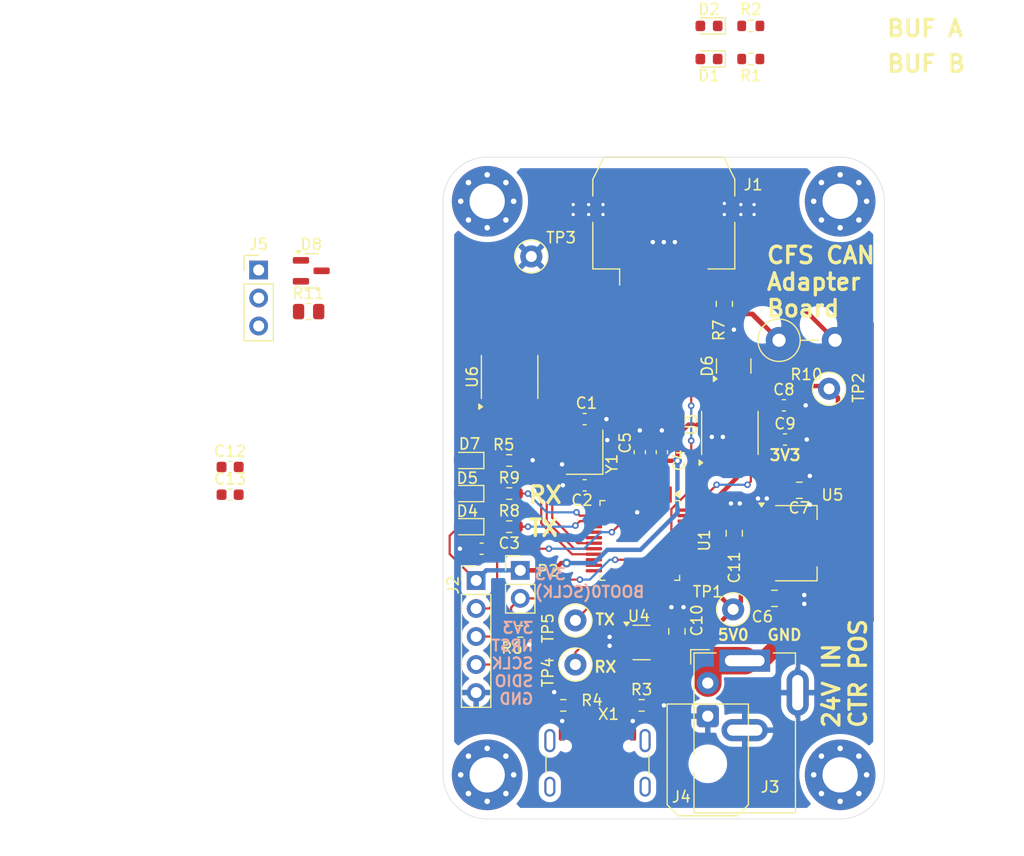
<source format=kicad_pcb>
(kicad_pcb (version 20241229) (generator "pcbnew") (generator_version "9.0")
  (layers (0 "F.Cu" signal) (2 "B.Cu" signal) (13 "F.Paste" user) (15 "B.Paste" user) (5 "F.SilkS" user "F.Silkscreen") (7 "B.SilkS" user "B.Silkscreen") (1 "F.Mask" user) (3 "B.Mask" user) (25 "Edge.Cuts" user))
  (net 0 "")
  (net 1 "Net-(U1F-PF0{slash}OSC_IN)")
  (net 2 "/RS485-A")
  (net 3 "GND")
  (net 4 "+24V")
  (net 5 "/RS485-B")
  (net 6 "Net-(U1F-PF1{slash}OSC_OUT)")
  (net 7 "/MCU/NRST")
  (net 8 "+3V3")
  (net 9 "+5V")
  (net 10 "Net-(D1-K)")
  (net 11 "Net-(D2-K)")
  (net 12 "/MCU/LED_TX")
  (net 13 "/MCU/LED_RX")
  (net 14 "/MCU/SWCLK")
  (net 15 "/MCU/CAN1_TX")
  (net 16 "/MCU/CAN2_RX")
  (net 22 "/MCU/SWDIO")
  (net 27 "/MCU/TX")
  (net 36 "/MCU/CAN1_S")
  (net 37 "/USB_P")
  (net 38 "/MCU/CAN2_S")
  (net 39 "/USB_N")
  (net 40 "/MCU/CAN2_TX")
  (net 41 "/MCU/CAN1_RX")
  (net 43 "/MCU/RX")
  (net 53 "Net-(J1-Pin_5)")
  (net 54 "Net-(J1-Pin_4)")
  (net 55 "Net-(D4-K)")
  (net 56 "Net-(D5-K)")
  (net 57 "Net-(D7-K)")
  (net 58 "/MCU/USB_{P}")
  (net 59 "/MCU/USB_{N}")
  (net 62 "Net-(X1-CC1)")
  (net 63 "Net-(X1-CC2)")
  (net 64 "Net-(J5-Pin_1)")
  (net 65 "Net-(J5-Pin_3)")
  (footprint "TestPoint:TestPoint_Loop_D1.80mm_Drill1.0mm_Beaded" (layer "F.Cu") (at 26.3 -19)
    (property "Reference" "TP1")
    (property "Value" "TP2.0mm")
  )
  (footprint "Connector_Molex:Molex_Micro-Fit_3.0_43045-0200_2x01_P3.00mm_Horizontal" (layer "F.Cu") (at 24 -9.32 180)
    (property "Reference" "J4")
    (property "Value" "Conn_01x02")
  )
  (footprint "Package_SO:SOIC-8_3.9x4.9mm_P1.27mm" (layer "F.Cu") (at 26 -35 90)
    (property "Reference" "U3")
    (property "Value" "TJA1051T3")
  )
  (footprint "TestPoint:TestPoint_Loop_D1.80mm_Drill1.0mm_Beaded" (layer "F.Cu") (at 35 -39)
    (property "Reference" "TP2")
    (property "Value" "TP2.0mm")
  )
  (footprint "Connector_BarrelJack:BarrelJack_GCT_DCJ200-10-A_Horizontal" (layer "F.Cu") (at 27.35 -14.35)
    (property "Reference" "J3")
    (property "Value" "Barrel_Jack_Switch_MountingPin")
  )
  (footprint "Capacitor_SMD:C_0805_2012Metric" (layer "F.Cu") (at 30.05 -20)
    (property "Reference" "C6")
    (property "Value" "10u_0805_X7R_10%_10V_-40C..125C_Chip-Capacitor")
  )
  (footprint "MountingHole:MountingHole_3.2mm_M3_Pad_Via" (layer "F.Cu") (at 36 -56)
    (property "Reference" "H4" (hide yes))
    (property "Value" "MountingHole")
  )
  (footprint "Resistor_SMD:R_0603_1608Metric" (layer "F.Cu") (at 6 -26.5)
    (property "Reference" "R8")
    (property "Value" "1k_0603_100mW_1%_E24_Chip-Resistor")
  )
  (footprint "Resistor_SMD:R_0603_1608Metric" (layer "F.Cu") (at 10.9 -10.3 180)
    (property "Reference" "R4")
    (property "Value" "5k1_0603_100mW_1%_E24_Chip-Resistor")
  )
  (footprint "Capacitor_SMD:C_0603_1608Metric" (layer "F.Cu") (at 12.8375 -36.25 180)
    (property "Reference" "C1")
    (property "Value" "6p2_0603_C0G_5%_50V_-40C..125C_Chip-Capacitor")
  )
  (footprint "Crystal:Crystal_SMD_3225-4Pin_3.2x2.5mm" (layer "F.Cu") (at 12.8375 -33.25 90)
    (property "Reference" "Y1")
    (property "Value" "830108313809")
  )
  (footprint "Capacitor_SMD:C_0603_1608Metric" (layer "F.Cu") (at 19.8375 -33.25 90)
    (property "Reference" "C4")
    (property "Value" "100n")
  )
  (footprint "Capacitor_SMD:C_0603_1608Metric" (layer "F.Cu") (at -19.305 -31.91)
    (property "Reference" "C12")
    (property "Value" "100n_0603_X7R_10%_50V_-40C..125C_Chip-Capacitor")
  )
  (footprint "Resistor_SMD:R_0603_1608Metric" (layer "F.Cu") (at 7 -17)
    (property "Reference" "R6")
    (property "Value" "10k_0603_100mW_1%_E24_Chip-Resistor")
  )
  (footprint "Package_TO_SOT_SMD:SOT-23" (layer "F.Cu") (at 26.35 -41.0625 90)
    (property "Reference" "D6")
    (property "Value" "NUP2105L")
  )
  (footprint "Capacitor_SMD:C_0603_1608Metric" (layer "F.Cu") (at 31 -34.4)
    (property "Reference" "C9")
    (property "Value" "100n_0603_X7R_10%_50V_-40C..125C_Chip-Capacitor")
  )
  (footprint "Connector_Molex:Molex_Micro-Fit_3.0_43045-0610_2x03-1MP_P3.00mm_Horizontal" (layer "F.Cu") (at 20.015 -47.5)
    (property "Reference" "J1")
    (property "Value" "Conn_02x03_Top_Bottom")
  )
  (footprint "LED_SMD:LED_0603_1608Metric" (layer "F.Cu") (at 2.2125 -26.5 180)
    (property "Reference" "D4")
    (property "Value" "LED")
  )
  (footprint "Capacitor_SMD:C_0603_1608Metric" (layer "F.Cu") (at 17.8375 -33.25 90)
    (property "Reference" "C5")
    (property "Value" "100n")
  )
  (footprint "Resistor_SMD:R_0603_1608Metric" (layer "F.Cu") (at 6 -29.5)
    (property "Reference" "R9")
    (property "Value" "1k_0603_100mW_1%_E24_Chip-Resistor")
  )
  (footprint "Capacitor_SMD:C_0603_1608Metric" (layer "F.Cu") (at 3.5 -24.5 180)
    (property "Reference" "C3")
    (property "Value" "100n")
  )
  (footprint "Capacitor_SMD:C_0805_2012Metric" (layer "F.Cu") (at 21.2 -17 90)
    (property "Reference" "C10")
    (property "Value" "10u_0805_X7R_10%_10V_-40C..125C_Chip-Capacitor")
  )
  (footprint "Package_TO_SOT_SMD:SC-74-6_1.55x2.9mm_P0.95mm" (layer "F.Cu") (at 18 -16)
    (property "Reference" "U4")
    (property "Value" "IP4234CZ6")
  )
  (footprint "Package_TO_SOT_SMD:SOT-23" (layer "F.Cu") (at -11.9475 -49.695)
    (property "Reference" "D8")
    (property "Value" "NUP2105L")
  )
  (footprint "MountingHole:MountingHole_3.2mm_M3_Pad_Via" (layer "F.Cu") (at 4 -56)
    (property "Reference" "H3" (hide yes))
    (property "Value" "MountingHole")
  )
  (footprint "Package_TO_SOT_SMD:SOT-223-3_TabPin2" (layer "F.Cu") (at 32 -25)
    (property "Reference" "U5")
    (property "Value" "AMS1117-3.3")
  )
  (footprint "Connector_PinHeader_2.54mm:PinHeader_1x03_P2.54mm_Vertical" (layer "F.Cu") (at -16.7175 -49.77)
    (property "Reference" "J5")
    (property "Value" "Conn_01x03")
  )
  (footprint "Capacitor_SMD:C_0603_1608Metric" (layer "F.Cu") (at -19.305 -29.4)
    (property "Reference" "C13")
    (property "Value" "100n_0603_X7R_10%_50V_-40C..125C_Chip-Capacitor")
  )
  (footprint "Capacitor_SMD:C_0805_2012Metric" (layer "F.Cu") (at 26.4 -25.9 90)
    (property "Reference" "C11")
    (property "Value" "10u_0805_X7R_10%_10V_-40C..125C_Chip-Capacitor")
  )
  (footprint "MountingHole:MountingHole_3.2mm_M3_Pad_Via" (layer "F.Cu") (at 36 -4)
    (property "Reference" "H2" (hide yes))
    (property "Value" "MountingHole")
  )
  (footprint "Capacitor_SMD:C_0805_2012Metric" (layer "F.Cu") (at 32.3 -29.8)
    (property "Reference" "C7")
    (property "Value" "10u_0805_X7R_10%_10V_-40C..125C_Chip-Capacitor")
  )
  (footprint "LED_SMD:LED_0603_1608Metric" (layer "F.Cu") (at 24.1125 -68.9 180)
    (property "Reference" "D1")
    (property "Value" "LED")
  )
  (footprint "TestPoint:TestPoint_Loop_D1.80mm_Drill1.0mm_Beaded" (layer "F.Cu") (at 12 -18 -90)
    (property "Reference" "TP5")
    (property "Value" "TP1.0mm")
  )
  (footprint "Resistor_THT:R_Axial_DIN0411_L9.9mm_D3.6mm_P5.08mm_Vertical" (layer "F.Cu") (at 30.46 -43.4)
    (property "Reference" "R10")
    (property "Value" "120R_0805_125mW_1%_E24_Chip-Resistor")
  )
  (footprint "Package_QFP:LQFP-48_7x7mm_P0.5mm" (layer "F.Cu") (at 17.8375 -25.25 -90)
    (property "Reference" "U1")
    (property "Value" "STM32G0B1CBT")
  )
  (footprint "Resistor_SMD:R_0805_2012Metric" (layer "F.Cu") (at -12.1875 -46)
    (property "Reference" "R11")
    (property "Value" "120R_0805_125mW_1%_E24_Chip-Resistor")
  )
  (footprint "Resistor_SMD:R_0603_1608Metric" (layer "F.Cu") (at 27.9 -71.9)
    (property "Reference" "R2")
    (property "Value" "5k1")
  )
  (footprint "LED_SMD:LED_0603_1608Metric" (layer "F.Cu") (at 24.1125 -71.9 180)
    (property "Reference" "D2")
    (property "Value" "LED")
  )
  (footprint "Resistor_SMD:R_0805_2012Metric" (layer "F.Cu") (at 25.5 -46.7 90)
    (property "Reference" "R7")
    (property "Value" "120R_0805_125mW_1%_E24_Chip-Resistor")
  )
  (footprint "Connector_PinHeader_2.54mm:PinHeader_1x02_P2.54mm_Vertical" (layer "F.Cu") (at 7 -22.54)
    (property "Reference" "P2")
    (property "Value" "CONN_01X02")
  )
  (footprint "Resistor_SMD:R_0603_1608Metric" (layer "F.Cu") (at 18 -10.3)
    (property "Reference" "R3")
    (property "Value" "5k1_0603_100mW_1%_E24_Chip-Resistor")
  )
  (footprint "LED_SMD:LED_0603_1608Metric" (layer "F.Cu") (at 2.2125 -29.5 180)
    (property "Reference" "D5")
    (property "Value" "LED")
  )
  (footprint "MountingHole:MountingHole_3.2mm_M3_Pad_Via" (layer "F.Cu") (at 4 -4)
    (property "Reference" "H1" (hide yes))
    (property "Value" "MountingHole")
  )
  (footprint "Resistor_SMD:R_0603_1608Metric" (layer "F.Cu") (at 27.9 -68.9)
    (property "Reference" "R1")
    (property "Value" "5k1")
  )
  (footprint "Resistor_SMD:R_0603_1608Metric" (layer "F.Cu") (at 6 -32.5)
    (property "Reference" "R5")
    (property "Value" "1k_0603_100mW_1%_E24_Chip-Resistor")
  )
  (footprint "Connector_PinHeader_2.54mm:PinHeader_1x05_P2.54mm_Vertical" (layer "F.Cu") (at 3 -21.62)
    (property "Reference" "J2")
    (property "Value" "Conn_01x05")
  )
  (footprint "TestPoint:TestPoint_Loop_D1.80mm_Drill1.0mm_Beaded" (layer "F.Cu") (at 12 -14 -90)
    (property "Reference" "TP4")
    (property "Value" "TP1.0mm")
  )
  (footprint "TestPoint:TestPoint_Loop_D1.80mm_Drill1.0mm_Beaded" (layer "F.Cu") (at 8 -51)
    (property "Reference" "TP3")
    (property "Value" "TP2.0mm")
  )
  (footprint "Package_SO:SOIC-8_3.9x4.9mm_P1.27mm" (layer "F.Cu") (at 6.035 -40.075 90)
    (property "Reference" "U6")
    (property "Value" "TJA1051T3")
  )
  (footprint "Capacitor_SMD:C_0603_1608Metric" (layer "F.Cu") (at 30.9 -37.5)
    (property "Reference" "C8")
    (property "Value" "100n_0603_X7R_10%_50V_-40C..125C_Chip-Capacitor")
  )
  (footprint "LED_SMD:LED_0603_1608Metric" (layer "F.Cu") (at 2.2125 -32.5 180)
    (property "Reference" "D7")
    (property "Value" "LED")
  )
  (footprint "Capacitor_SMD:C_0603_1608Metric" (layer "F.Cu") (at 12.8375 -30.25)
    (property "Reference" "C2")
    (property "Value" "6p2_0603_C0G_5%_50V_-40C..125C_Chip-Capacitor")
  )
  (footprint "Connector_USB:USB_C_Receptacle_GCT_USB4105-xx-A_16P_TopMnt_Horizontal" (layer "F.Cu") (at 14 -4)
    (property "Reference" "X1")
    (property "Value" "629722000214_pasteInHole")
  )
  (gr_line (start 0 -56) (end 0 -4) (stroke (width 0.05)) (layer "Edge.Cuts"))
  (gr_line (start 4 0) (end 36 0) (stroke (width 0.05)) (layer "Edge.Cuts"))
  (gr_arc (start 4 0) (mid 1.171573 -1.171573) (end 0 -4) (stroke (width 0.05)) (layer "Edge.Cuts"))
  (gr_arc (start 40 -4) (mid 38.828427 -1.171573) (end 36 0) (stroke (width 0.05)) (layer "Edge.Cuts"))
  (gr_arc (start 0 -56) (mid 1.171573 -58.828427) (end 4 -60) (stroke (width 0.05)) (layer "Edge.Cuts"))
  (gr_line (start 40 -4) (end 40 -56) (stroke (width 0.05)) (layer "Edge.Cuts"))
  (gr_line (start 36 -60) (end 4 -60) (stroke (width 0.05)) (layer "Edge.Cuts"))
  (gr_arc (start 36 -60) (mid 38.828427 -58.828427) (end 40 -56) (stroke (width 0.05)) (layer "Edge.Cuts"))
  (gr_text "RX" (at 7.6 -28.5 0) (layer "F.SilkS") (effects (font (size 1.5 1.5) (thickness 0.3) (bold yes)) (justify left bottom)))
  (gr_text "TX" (at 13.7 -17.5 0) (layer "F.SilkS") (effects (font (size 1 1) (thickness 0.2) (bold yes)) (justify left bottom)))
  (gr_text "BUF B" (at 40.1 -67.6 0) (layer "F.SilkS") (effects (font (size 1.5 1.5) (thickness 0.3) (bold yes)) (justify left bottom)))
  (gr_text "RX	" (at 13.6 -13.2 0) (layer "F.SilkS") (effects (font (size 1 1) (thickness 0.2) (bold yes)) (justify left bottom)))
  (gr_text "GND" (at 29.3 -16.1 0) (layer "F.SilkS") (effects (font (size 1 1) (thickness 0.2) (bold yes)) (justify left bottom)))
  (gr_text "5V0" (at 24.8 -16.1 0) (layer "F.SilkS") (effects (font (size 1 1) (thickness 0.2) (bold yes)) (justify left bottom)))
  (gr_text "CFS CAN\nAdapter\nBoard" (at 29.2 -45.4 0) (layer "F.SilkS") (effects (font (size 1.5 1.5) (thickness 0.3) (bold yes)) (justify left bottom)))
  (gr_text "3V3" (at 29.5 -32.4 0) (layer "F.SilkS") (effects (font (size 1 1) (thickness 0.2) (bold yes)) (justify left bottom)))
  (gr_text "BUF A" (at 40.1 -70.8 0) (layer "F.SilkS") (effects (font (size 1.5 1.5) (thickness 0.3) (bold yes)) (justify left bottom)))
  (gr_text "TX" (at 7.6 -25.5 0) (layer "F.SilkS") (effects (font (size 1.5 1.5) (thickness 0.3) (bold yes)) (justify left bottom)))
  (gr_text "24V IN\nCTR POS" (at 38.5 -8.1 90) (layer "F.SilkS") (effects (font (size 1.5 1.5) (thickness 0.3) (bold yes)) (justify left bottom)))
  (gr_text "3V3\nNRST\nSCLK\nSDIO\nGND" (at 8.3 -10.3 0) (layer "B.SilkS") (effects (font (size 1 1) (thickness 0.2) (bold yes)) (justify left bottom mirror)))
  (gr_text "3V3\nBOOT0(SCLK)" (at 8.2 -20 0) (layer "B.SilkS") (effects (font (size 1 1) (thickness 0.2) (bold yes)) (justify right bottom mirror)))
  (segment (start 11.9875 -34.35) (end 12.0625 -34.425) (width 0.2) (layer "F.Cu") (net 1))
  (segment (start 11.9875 -34.35) (end 11.9875 -34.148) (width 0.2) (layer "F.Cu") (net 1))
  (segment (start 12.0625 -34.425) (end 12.0625 -36.25) (width 0.2) (layer "F.Cu") (net 1))
  (segment (start 12.8355 -33.3) (end 14.9 -33.3) (width 0.2) (layer "F.Cu") (net 1))
  (segment (start 17.0875 -31.1125) (end 17.0875 -29.4125) (width 0.2) (layer "F.Cu") (net 1))
  (segment (start 11.9875 -34.148) (end 12.8355 -33.3) (width 0.2) (layer "F.Cu") (net 1))
  (segment (start 14.9 -33.3) (end 17.0875 -31.1125) (width 0.2) (layer "F.Cu") (net 1))
  (segment (start 28.0725 -45.7875) (end 30.46 -43.4) (width 0.4) (layer "F.Cu") (net 2))
  (segment (start 23.015 -45.185) (end 23.015 -41.485) (width 0.4) (layer "F.Cu") (net 2))
  (segment (start 25.365 -40.09) (end 25.4 -40.125) (width 0.4) (layer "F.Cu") (net 2))
  (segment (start 23.6175 -45.7875) (end 25.5 -45.7875) (width 0.4) (layer "F.Cu") (net 2))
  (segment (start 27.9725 -45.7875) (end 28.96 -44.8) (width 0.4) (layer "F.Cu") (net 2))
  (segment (start 25.5 -45.7875) (end 27.9725 -45.7875) (width 0.4) (layer "F.Cu") (net 2))
  (segment (start 24.375 -40.125) (end 23.65 -40.85) (width 0.4) (layer "F.Cu") (net 2))
  (segment (start 23.015 -45.8875) (end 23.015 -45.185) (width 0.4) (layer "F.Cu") (net 2))
  (segment (start 23.65 -40.85) (end 23 -41.5) (width 0.4) (layer "F.Cu") (net 2))
  (segment (start 25.4 -40.125) (end 24.375 -40.125) (width 0.4) (layer "F.Cu") (net 2))
  (segment (start 23.015 -41.485) (end 23.65 -40.85) (width 0.4) (layer "F.Cu") (net 2))
  (segment (start 25.365 -37.475) (end 25.365 -40.09) (width 0.4) (layer "F.Cu") (net 2))
  (segment (start 23.015 -45.185) (end 23.6175 -45.7875) (width 0.4) (layer "F.Cu") (net 2))
  (segment (start 25.5 -45.7875) (end 28.0725 -45.7875) (width 0.4) (layer "F.Cu") (net 2))
  (segment (start 18.825 -10.3) (end 20.025 -10.3) (width 0.2) (layer "F.Cu") (net 3))
  (segment (start 2.725 -24.5) (end 1.525 -24.5) (width 0.2) (layer "F.Cu") (net 3))
  (segment (start 10.8 -7.68) (end 10.8 -8.88) (width 0.2) (layer "F.Cu") (net 3))
  (segment (start 31 -20) (end 32.75 -19.5) (width 0.3) (layer "F.Cu") (net 3))
  (segment (start 17.2 -7.68) (end 17.2 -8.88) (width 0.2) (layer "F.Cu") (net 3))
  (segment (start 28.85 -27.3) (end 29.35 -29.05) (width 0.3) (layer "F.Cu") (net 3))
  (segment (start 33.25 -29.8) (end 33.25 -31.1) (width 0.2) (layer "F.Cu") (net 3))
  (segment (start 31.775 -34.4) (end 32.975 -34.4) (width 0.4) (layer "F.Cu") (net 3))
  (segment (start 25.365 -34.635) (end 24.365 -34.635) (width 0.4) (layer "F.Cu") (net 3))
  (segment (start 7.825 -15.8) (end 7.825 -15.725) (width 0.2) (layer "F.Cu") (net 3))
  (segment (start 10.075 -10.3) (end 10.075 -11.5) (width 0.2) (layer "F.Cu") (net 3))
  (segment (start 26.4 -26.85) (end 26.9 -28.6) (width 0.3) (layer "F.Cu") (net 3))
  (segment (start 16.85 -16) (end 15.1 -15.7) (width 0.3) (layer "F.Cu") (net 3))
  (segment (start 25.365 -32.525) (end 25.365 -34.635) (width 0.4) (layer "F.Cu") (net 3))
  (segment (start 16.85 -16) (end 15.1 -16.5) (width 0.3) (layer "F.Cu") (net 3))
  (segment (start 13.6125 -36.25) (end 14.8125 -36.25) (width 0.2) (layer "F.Cu") (net 3))
  (segment (start 7.825 -17) (end 7.825 -15.8) (width 0.2) (layer "F.Cu") (net 3))
  (segment (start 11.9875 -32.15) (end 10.7875 -32.15) (width 0.2) (layer "F.Cu") (net 3))
  (segment (start 20.015 -49.815) (end 19.015 -52.3) (width 0.4) (layer "F.Cu") (net 3))
  (segment (start 33.25 -29.8) (end 33.25 -28.5) (width 0.2) (layer "F.Cu") (net 3))
  (segment (start 20.015 -49.815) (end 21.015 -52.3) (width 0.4) (layer "F.Cu") (net 3))
  (segment (start 28.85 -27.3) (end 28.55 -29.05) (width 0.3) (layer "F.Cu") (net 3))
  (segment (start 21.3 -17.9) (end 20.7 -19.2) (width 0.3) (layer "F.Cu") (net 3))
  (segment (start 26.4 -26.85) (end 26.1 -28.6) (width 0.3) (layer "F.Cu") (net 3))
  (segment (start 26.365 -42.8) (end 26.365 -44.3625) (width 0.4) (layer "F.Cu") (net 3))
  (segment (start 20.015 -49.815) (end 20.015 -52.3) (width 0.4) (layer "F.Cu") (net 3))
  (segment (start 17.8375 -34.025) (end 17.8375 -35.225) (width 0.2) (layer "F.Cu") (net 3))
  (segment (start 21.8 -19.2) (end 21.3 -17.9) (width 0.3) (layer "F.Cu") (net 3))
  (segment (start 19.8375 -34.025) (end 19.8375 -35.225) (width 0.2) (layer "F.Cu") (net 3))
  (segment (start 17.5875 -29.4125) (end 17.5875 -27.7875) (width 0.2) (layer "F.Cu") (net 3))
  (segment (start 31 -20) (end 32.75 -20.3) (width 0.3) (layer "F.Cu") (net 3))
  (segment (start 6.825 -32.5) (end 8.125 -32.525) (width 0.2) (layer "F.Cu") (net 3))
  (segment (start 13.6875 -34.35) (end 14.8875 -34.35) (width 0.2) (layer "F.Cu") (net 3))
  (segment (start 12.0625 -30.25) (end 10.8625 -30.25) (width 0.2) (layer "F.Cu") (net 3))
  (segment (start 31.675 -37.5) (end 32.875 -37.5) (width 0.4) (layer "F.Cu") (net 3))
  (via (at 32.75 -20.3) (size 0.8) (drill 0.4) (layers "F.Cu" "B.Cu") (net 3))
  (via (at 17.2 -8.88) (size 0.8) (drill 0.4) (layers "F.Cu" "B.Cu") (net 3))
  (via (at 33.25 -31.1) (size 0.8) (drill 0.4) (layers "F.Cu" "B.Cu") (net 3))
  (via (at 28.55 -29.05) (size 0.8) (drill 0.4) (layers "F.Cu" "B.Cu") (net 3))
  (via (at 13.2 -54.8) (size 0.6) (drill 0.3) (layers "F.Cu" "B.Cu") (net 3))
  (via (at 20.025 -10.3) (size 0.8) (drill 0.4) (layers "F.Cu" "B.Cu") (net 3))
  (via (at 1.525 -24.5) (size 0.8) (drill 0.4) (layers "F.Cu" "B.Cu") (net 3))
  (via (at 10.8625 -30.25) (size 0.8) (drill 0.4) (layers "F.Cu" "B.Cu") (net 3))
  (via (at 19.015 -52.3) (size 0.8) (drill 0.4) (layers "F.Cu" "B.Cu") (net 3))
  (via (at 25.365 -34.635) (size 0.8) (drill 0.4) (layers "F.Cu" "B.Cu") (net 3))
  (via (at 28.2 -55.7) (size 0.6) (drill 0.3) (layers "F.Cu" "B.Cu") (net 3))
  (via (at 14.8125 -36.25) (size 0.8) (drill 0.4) (layers "F.Cu" "B.Cu") (net 3))
  (via (at 32.75 -19.5) (size 0.8) (drill 0.4) (layers "F.Cu" "B.Cu") (net 3))
  (via (at 28.2 -54.8) (size 0.6) (drill 0.3) (layers "F.Cu" "B.Cu") (net 3))
  (via (at 8.125 -32.525) (size 0.8) (drill 0.4) (layers "F.Cu" "B.Cu") (net 3))
  (via (at 32.875 -37.5) (size 0.8) (drill 0.4) (layers "F.Cu" "B.Cu") (net 3))
  (via (at 19.8375 -35.225) (size 0.8) (drill 0.4) (layers "F.Cu" "B.Cu") (net 3))
  (via (at 27 -54.8) (size 0.6) (drill 0.3) (layers "F.Cu" "B.Cu") (net 3))
  (via (at 26.365 -44.3625) (size 0.8) (drill 0.4) (layers "F.Cu" "B.Cu") (net 3))
  (via (at 21.8 -19.2) (size 0.8) (drill 0.4) (layers "F.Cu" "B.Cu") (net 3))
  (via (at 25.5 -55.8) (size 0.6) (drill 0.3) (layers "F.Cu" "B.Cu") (net 3))
  (via (at 14.5 -55.7) (size 0.6) (drill 0.3) (layers "F.Cu" "B.Cu") (net 3))
  (via (at 13.2 -55.7) (size 0.6) (drill 0.3) (layers "F.Cu" "B.Cu") (net 3))
  (via (at 20.015 -52.3) (size 0.8) (drill 0.4) (layers "F.Cu" "B.Cu") (net 3))
  (via (at 15.1 -15.7) (size 0.8) (drill 0.4) (layers "F.Cu" "B.Cu") (net 3))
  (via (at 10.075 -11.5) (size 0.8) (drill 0.4) (layers "F.Cu" "B.Cu") (net 3))
  (via (at 14.5 -54.8) (size 0.6) (drill 0.3) (layers "F.Cu" "B.Cu") (net 3))
  (via (at 7.825 -15.8) (size 0.8) (drill 0.4) (layers "F.Cu" "B.Cu") (net 3))
  (via (at 20.7 -19.2) (size 0.8) (drill 0.4) (layers "F.Cu" "B.Cu") (net 3))
  (via (at 26.9 -28.6) (size 0.8) (drill 0.4) (layers "F.Cu" "B.Cu") (net 3))
  (via (at 32.975 -34.4) (size 0.8) (drill 0.4) (layers "F.Cu" "B.Cu") (net 3))
  (via (at 10.7875 -32.15) (size 0.8) (drill 0.4) (layers "F.Cu" "B.Cu") (net 3))
  (via (at 11.8 -54.8) (size 0.6) (drill 0.3) (layers "F.Cu" "B.Cu") (net 3))
  (via (at 26.1 -28.6) (size 0.8) (drill 0.4) (layers "F.Cu" "B.Cu") (net 3))
  (via (at 17.8375 -35.225) (size 0.8) (drill 0.4) (layers "F.Cu" "B.Cu") (net 3))
  (via (at 27 -55.7) (size 0.6) (drill 0.3) (layers "F.Cu" "B.Cu") (net 3))
  (via (at 29.35 -29.05) (size 0.8) (drill 0.4) (layers "F.Cu" "B.Cu") (net 3))
  (via (at 14.8875 -34.35) (size 0.8) (drill 0.4) (layers "F.Cu" "B.Cu") (net 3))
  (via (at 25.5 -54.8) (size 0.6) (drill 0.3) (layers "F.Cu" "B.Cu") (net 3))
  (via (at 11.8 -55.7) (size 0.6) (drill 0.3) (layers "F.Cu" "B.Cu") (net 3))
  (via (at 33.25 -28.5) (size 0.8) (drill 0.4) (layers "F.Cu" "B.Cu") (net 3))
  (via (at 15.1 -16.5) (size 0.8) (drill 0.4) (layers "F.Cu" "B.Cu") (net 3))
  (via (at 17.6 -27.8) (size 0.8) (drill 0.4) (layers "F.Cu" "B.Cu") (net 3))
  (via (at 24.365 -34.635) (size 0.8) (drill 0.4) (layers "F.Cu" "B.Cu") (net 3))
  (via (at 10.8 -8.88) (size 0.8) (drill 0.4) (layers "F.Cu" "B.Cu") (net 3))
  (via (at 21.015 -52.3) (size 0.8) (drill 0.4) (layers "F.Cu" "B.Cu") (net 3))
  (segment (start 38.3 -18.1) (end 35.7 -15.5) (width 1.5) (layer "F.Cu") (net 4))
  (segment (start 26.6 -51.5) (end 31.6 -51.5) (width 1.5) (layer "F.Cu") (net 4))
  (segment (start 24.915 -49.815) (end 25.9 -50.8) (width 1.5) (layer "F.Cu") (net 4))
  (segment (start 24.75 -14.35) (end 27.35 -14.35) (width 2.5) (layer "F.Cu") (net 4))
  (segment (start 28.95 -14.35) (end 27.35 -14.35) (width 1.5) (layer "F.Cu") (net 4))
  (segment (start 35.7 -15.5) (end 30.1 -15.5) (width 1.5) (layer "F.Cu") (net 4))
  (segment (start 23.015 -49.815) (end 24.915 -49.815) (width 1.5) (layer "F.Cu") (net 4))
  (segment (start 25.9 -50.8) (end 26.6 -51.5) (width 1.5) (layer "F.Cu") (net 4))
  (segment (start 30.1 -15.5) (end 28.95 -14.35) (width 1.5) (layer "F.Cu") (net 4))
  (segment (start 31.6 -51.5) (end 38.3 -44.8) (width 1.5) (layer "F.Cu") (net 4))
  (segment (start 24 -12.32) (end 24 -13.6) (width 2.5) (layer "F.Cu") (net 4))
  (segment (start 24 -13.6) (end 24.75 -14.35) (width 2.5) (layer "F.Cu") (net 4))
  (segment (start 38.3 -44.8) (end 38.3 -18.1) (width 1.5) (layer "F.Cu") (net 4))
  (segment (start 30.9 -40.125) (end 28.1 -40.125) (width 0.4) (layer "F.Cu") (net 5))
  (segment (start 27.7 -47.4) (end 31.54 -47.4) (width 0.4) (layer "F.Cu") (net 5))
  (segment (start 32.265 -40.125) (end 30.9 -40.125) (width 0.4) (layer "F.Cu") (net 5))
  (segment (start 26.635 -38.835) (end 27.3 -39.5) (width 0.4) (layer "F.Cu") (net 5))
  (segment (start 27.3 -39.5) (end 27.3 -40.125) (width 0.4) (layer "F.Cu") (net 5))
  (segment (start 27.3 -40.125) (end 28.1 -40.125) (width 0.4) (layer "F.Cu") (net 5))
  (segment (start 18.415 -47.4) (end 27.7 -47.4) (width 0.4) (layer "F.Cu") (net 5))
  (segment (start 17.015 -49.815) (end 17.015 -48.8) (width 0.4) (layer "F.Cu") (net 5))
  (segment (start 17.015 -48.8) (end 18.415 -47.4) (width 0.4) (layer "F.Cu") (net 5))
  (segment (start 35.54 -43.4) (end 32.265 -40.125) (width 0.4) (layer "F.Cu") (net 5))
  (segment (start 31.54 -47.4) (end 35.54 -43.4) (width 0.4) (layer "F.Cu") (net 5))
  (segment (start 26.635 -37.475) (end 26.635 -38.835) (width 0.4) (layer "F.Cu") (net 5))
  (segment (start 13.6125 -30.25) (end 13.6875 -30.325) (width 0.2) (layer "F.Cu") (net 6))
  (segment (start 15.35 -32.15) (end 13.6875 -32.15) (width 0.2) (layer "F.Cu") (net 6))
  (segment (start 16.5875 -29.4125) (end 16.5875 -30.9125) (width 0.2) (layer "F.Cu") (net 6))
  (segment (start 16.5875 -30.9125) (end 15.35 -32.15) (width 0.2) (layer "F.Cu") (net 6))
  (segment (start 13.6875 -30.325) (end 13.6875 -32.15) (width 0.2) (layer "F.Cu") (net 6))
  (segment (start 4.9 -23.875) (end 4.275 -24.5) (width 0.2) (layer "F.Cu") (net 7))
  (segment (start 16.0875 -26.7875) (end 15.3 -26) (width 0.2) (layer "F.Cu") (net 7))
  (segment (start 4.9 -20.5) (end 4.9 -23.875) (width 0.2) (layer "F.Cu") (net 7))
  (segment (start 3 -19.08) (end 4.18 -19.08) (width 0.2) (layer "F.Cu") (net 7))
  (segment (start 4.18 -19.08) (end 4.9 -19.8) (width 0.2) (layer "F.Cu") (net 7))
  (segment (start 9.6 -24.5) (end 4.275 -24.5) (width 0.2) (layer "F.Cu") (net 7))
  (segment (start 16.0875 -29.4125) (end 16.0875 -26.7875) (width 0.2) (layer "F.Cu") (net 7))
  (segment (start 4.9 -19.8) (end 4.9 -20.5) (width 0.2) (layer "F.Cu") (net 7))
  (via (at 9.6 -24.5) (size 0.6) (drill 0.3) (layers "F.Cu" "B.Cu") (net 7))
  (via (at 15.3 -26) (size 0.6) (drill 0.3) (layers "F.Cu" "B.Cu") (net 7))
  (segment (start 12.8 -24.5) (end 9.6 -24.5) (width 0.2) (layer "B.Cu") (net 7))
  (segment (start 15.3 -26) (end 14.3 -26) (width 0.2) (layer "B.Cu") (net 7))
  (segment (start 14.3 -26) (end 12.8 -24.5) (width 0.2) (layer "B.Cu") (net 7))
  (segment (start 21.25 -32.475) (end 18.75 -32.475) (width 0.4) (layer "F.Cu") (net 8))
  (segment (start 30.1 -37.475) (end 30.125 -37.5) (width 0.4) (layer "F.Cu") (net 8))
  (segment (start 26.45 -25) (end 26.4 -24.95) (width 0.5) (layer "F.Cu") (net 8))
  (segment (start 34.6 -25.55) (end 34.6 -34.15) (width 0.4) (layer "F.Cu") (net 8))
  (segment (start 31.35 -29.8) (end 31.35 -27.25) (width 0.5) (layer "F.Cu") (net 8))
  (segment (start 7 -22.54) (end 8.44 -22.54) (width 0.4) (layer "F.Cu") (net 8))
  (segment (start 1.71 -22.91) (end 3 -21.62) (width 0.2) (layer "F.Cu") (net 8))
  (segment (start 1.71 -22.91) (end 0.6 -24.02) (width 0.2) (layer "F.Cu") (net 8))
  (segment (start 1.425 -26.5) (end 1.4125 -26.5125) (width 0.2) (layer "F.Cu") (net 8))
  (segment (start 18.0875 -30.8) (end 18.0875 -32.225) (width 0.2) (layer "F.Cu") (net 8))
  (segment (start 18.0875 -32.225) (end 17.8375 -32.475) (width 0.2) (layer "F.Cu") (net 8))
  (segment (start 19.8375 -32.475) (end 18.5875 -31.225) (width 0.2) (layer "F.Cu") (net 8))
  (segment (start 10.5 -23) (end 10.7 -23.2) (width 0.4) (layer "F.Cu") (net 8))
  (segment (start 35.15 -25) (end 34.6 -25.55) (width 0.4) (layer "F.Cu") (net 8))
  (segment (start 18.0875 -29.4125) (end 18.0875 -30.8) (width 0.2) (layer "F.Cu") (net 8))
  (segment (start 34.6 -34.15) (end 33 -35.75) (width 0.4) (layer "F.Cu") (net 8))
  (segment (start 7 -22.54) (end 10.04 -22.54) (width 0.4) (layer "F.Cu") (net 8))
  (segment (start 33 -35.75) (end 22.25 -35.75) (width 0.4) (layer "F.Cu") (net 8))
  (segment (start 21.25 -34.75) (end 21.25 -32.475) (width 0.4) (layer "F.Cu") (net 8))
  (segment (start 19.38125 -32.01875) (end 19.8375 -32.475) (width 0.2) (layer "F.Cu") (net 8))
  (segment (start 35.15 -25) (end 26.45 -25) (width 0.5) (layer "F.Cu") (net 8))
  (segment (start 19.0875 -30.8875) (end 19.0875 -30.5) (width 0.2) (layer "F.Cu") (net 8))
  (segment (start 19.8375 -31.6375) (end 19.0875 -30.8875) (width 0.2) (layer "F.Cu") (net 8))
  (segment (start 17.8375 -32.475) (end 18.75 -32.475) (width 0.4) (layer "F.Cu") (net 8))
  (segment (start 18.5875 -31.225) (end 18.5875 -30.6) (width 0.2) (layer "F.Cu") (net 8))
  (segment (start 0.6 -24.02) (end 0.6 -25.675) (width 0.2) (layer "F.Cu") (net 8))
  (segment (start 27.905 -38.655) (end 28.5 -39.25) (width 0.4) (layer "F.Cu") (net 8))
  (segment (start 29.1 -25) (end 28.85 -25) (width 0.5) (layer "F.Cu") (net 8))
  (segment (start 19.8375 -32.475) (end 19.8375 -31.6375) (width 0.2) (layer "F.Cu") (net 8))
  (segment (start 1.4125 -32.4875) (end 1.425 -32.5) (width 0.2) (layer "F.Cu") (net 8))
  (segment (start 34.75 -39.25) (end 35 -39) (width 0.4) (layer "F.Cu") (net 8))
  (segment (start 28.5 -39.25) (end 34.75 -39.25) (width 0.4) (layer "F.Cu") (net 8))
  (segment (start 31.35 -27.25) (end 29.1 -25) (width 0.5) (layer "F.Cu") (net 8))
  (segment (start 0.6 -25.675) (end 1.425 -26.5) (width 0.2) (layer "F.Cu") (net 8))
  (segment (start 18.5875 -29.4125) (end 18.5875 -30.6) (width 0.2) (layer "F.Cu") (net 8))
  (segment (start 19.0875 -29.4125) (end 19.0875 -30.5) (width 0.2) (layer "F.Cu") (net 8))
  (segment (start 35.8 -25.65) (end 35.15 -25) (width 0.4) (layer "F.Cu") (net 8))
  (segment (start 18.75 -32.475) (end 19.8375 -32.475) (width 0.4) (layer "F.Cu") (net 8))
  (segment (start 35.8 -38.2) (end 35.8 -25.65) (width 0.4) (layer "F.Cu") (net 8))
  (segment (start 10.04 -22.54) (end 10.5 -23) (width 0.4) (layer "F.Cu") (net 8))
  (segment (start 10.7 -23.2) (end 11.2 -23.2) (width 0.4) (layer "F.Cu") (net 8))
  (segment (start 27.905 -37.475) (end 27.905 -38.655) (width 0.4) (layer "F.Cu") (net 8))
  (segment (start 35 -39) (end 35.8 -38.2) (width 0.4) (layer "F.Cu") (net 8))
  (segment (start 22.25 -35.75) (end 21.25 -34.75) (width 0.4) (layer "F.Cu") (net 8))
  (segment (start 27.905 -37.475) (end 30.1 -37.475) (width 0.4) (layer "F.Cu") (net 8))
  (segment (start 1.4125 -26.5125) (end 1.4125 -32.4875) (width 0.2) (layer "F.Cu") (net 8))
  (via (at 21.25 -32.475) (size 0.8) (drill 0.4) (layers "F.Cu" "B.Cu") (net 8))
  (via (at 11.2 -23.2) (size 0.8) (drill 0.4) (layers "F.Cu" "B.Cu") (net 8))
  (segment (start 14.9 -24.4) (end 17.9 -24.4) (width 0.4) (layer "B.Cu") (net 8))
  (segment (start 3 -21.62) (end 3.92 -22.54) (width 0.4) (layer "B.Cu") (net 8))
  (segment (start 17.9 -24.4) (end 21.25 -27.75) (width 0.4) (layer "B.Cu") (net 8))
  (segment (start 11.2 -23.2) (end 13.7 -23.2) (width 0.4) (layer "B.Cu") (net 8))
  (segment (start 3.92 -22.54) (end 7 -22.54) (width 0.4) (layer "B.Cu") (net 8))
  (segment (start 21.25 -27.75) (end 21.25 -32.475) (width 0.4) (layer "B.Cu") (net 8))
  (segment (start 13.7 -23.2) (end 14.9 -24.4) (width 0.4) (layer "B.Cu") (net 8))
  (segment (start 21.1 -16) (end 19.15 -16) (width 0.4) (layer "F.Cu") (net 9))
  (segment (start 27 -19.7) (end 27 -21.6) (width 0.4) (layer "F.Cu") (net 9))
  (segment (start 26.635 -30.935) (end 26.635 -32.525) (width 0.4) (layer "F.Cu") (net 9))
  (segment (start 26.3 -19) (end 23.35 -16.05) (width 0.4) (layer "F.Cu") (net 9))
  (segment (start 24.6 -20.7) (end 24.6 -28.9) (width 0.4) (layer "F.Cu") (net 9))
  (segment (start 12.7 -6.1) (end 12.9 -5.9) (width 0.2) (layer "F.Cu") (net 9))
  (segment (start 15.8 -5.9) (end 16.6 -5.1) (width 0.4) (layer "F.Cu") (net 9))
  (segment (start 12.7 -6.1) (end 11.6 -7.2) (width 0.2) (layer "F.Cu") (net 9))
  (segment (start 23.35 -16.05) (end 22.4 -16.05) (width 0.4) (layer "F.Cu") (net 9))
  (segment (start 22.4 -16.05) (end 21.2 -16.05) (width 0.4) (layer "F.Cu") (net 9))
  (segment (start 21.1 -6.7) (end 21.1 -16) (width 0.4) (layer "F.Cu") (net 9))
  (segment (start 25.35 -19.95) (end 26.3 -19) (width 0.4) (layer "F.Cu") (net 9))
  (segment (start 16.6 -5.1) (end 19.5 -5.1) (width 0.4) (layer "F.Cu") (net 9))
  (segment (start 12.9 -5.9) (end 15.8 -5.9) (width 0.2) (layer "F.Cu") (net 9))
  (segment (start 28.1 -22.7) (end 28.85 -22.7) (width 0.4) (layer "F.Cu") (net 9))
  (segment (start 28.85 -20.25) (end 29.1 -20) (width 0.4) (layer "F.Cu") (net 9))
  (segment (start 26.3 -19) (end 27 -19.7) (width 0.4) (layer "F.Cu") (net 9))
  (segment (start 30.225 -34.4) (end 27.235 -34.4) (width 0.4) (layer "F.Cu") (net 9))
  (segment (start 25.35 -19.95) (end 24.6 -20.7) (width 0.4) (layer "F.Cu") (net 9))
  (segment (start 16.4 -7.1) (end 16.4 -7.68) (width 0.2) (layer "F.Cu") (net 9))
  (segment (start 26.635 -32.525) (end 26.635 -33.8) (width 0.4) (layer "F.Cu") (net 9))
  (segment (start 11.6 -7.2) (end 11.6 -7.68) (width 0.2) (layer "F.Cu") (net 9))
  (segment (start 23.05 -16.05) (end 22.4 -16.05) (width 0.4) (layer "F.Cu") (net 9))
  (segment (start 27 -21.6) (end 28.1 -22.7) (width 0.4) (layer "F.Cu") (net 9))
  (segment (start 24.6 -28.9) (end 26.635 -30.935) (width 0.4) (layer "F.Cu") (net 9))
  (segment (start 28.85 -22.7) (end 28.85 -20.25) (width 0.4) (layer "F.Cu") (net 9))
  (segment (start 19.5 -5.1) (end 21.1 -6.7) (width 0.4) (layer "F.Cu") (net 9))
  (segment (start 27.235 -34.4) (end 26.635 -33.8) (width 0.4) (layer "F.Cu") (net 9))
  (segment (start 15.8 -6.5) (end 15.8 -5.9) (width 0.2) (layer "F.Cu") (net 9))
  (segment (start 15.8 -6.5) (end 16.4 -7.1) (width 0.2) (layer "F.Cu") (net 9))
  (segment (start 12 -26.6) (end 12.4 -27) (width 0.2) (layer "F.Cu") (net 12))
  (segment (start 6.825 -26.5) (end 7.6 -26.5) (width 0.2) (layer "F.Cu") (net 12))
  (segment (start 12.4 -27) (end 13.675 -27) (width 0.2) (layer "F.Cu") (net 12))
  (segment (start 6.825 -26.5) (end 7.7 -26.5) (width 0.2) (layer "F.Cu") (net 12))
  (via (at 7.7 -26.5) (size 0.6) (drill 0.3) (layers "F.Cu" "B.Cu") (net 12))
  (via (at 12 -26.6) (size 0.6) (drill 0.3) (layers "F.Cu" "B.Cu") (net 12))
  (segment (start 11.9 -26.5) (end 12 -26.6) (width 0.2) (layer "B.Cu") (net 12))
  (segment (start 7.7 -26.5) (end 11.9 -26.5) (width 0.2) (layer "B.Cu") (net 12))
  (segment (start 6.825 -29.5) (end 7.7 -29.5) (width 0.2) (layer "F.Cu") (net 13))
  (segment (start 13.675 -27.5) (end 12.4 -27.5) (width 0.2) (layer "F.Cu") (net 13))
  (segment (start 12.4 -27.5) (end 12.1 -27.8) (width 0.2) (layer "F.Cu") (net 13))
  (segment (start 13.675 -27.5) (end 12.375 -27.5) (width 0.2) (layer "F.Cu") (net 13))
  (via (at 12.1 -27.8) (size 0.6) (drill 0.3) (layers "F.Cu" "B.Cu") (net 13))
  (via (at 7.7 -29.5) (size 0.6) (drill 0.3) (layers "F.Cu" "B.Cu") (net 13))
  (segment (start 9.4 -27.8) (end 7.7 -29.5) (width 0.2) (layer "B.Cu") (net 13))
  (segment (start 12.1 -27.8) (end 9.4 -27.8) (width 0.2) (layer "B.Cu") (net 13))
  (segment (start 11 -21.7) (end 9.3 -20) (width 0.2) (layer "F.Cu") (net 14))
  (segment (start 15.6 -23.5) (end 15.5 -23.5) (width 0.2) (layer "F.Cu") (net 14))
  (segment (start 20.5875 -21.0875) (end 20.5875 -22.4125) (width 0.2) (layer "F.Cu") (net 14))
  (segment (start 19.9 -23.1) (end 19.5 -23.5) (width 0.2) (layer "F.Cu") (net 14))
  (segment (start 12.4 -21.7) (end 11 -21.7) (width 0.2) (layer "F.Cu") (net 14))
  (segment (start 6.175 -17) (end 6.175 -19.175) (width 0.2) (layer "F.Cu") (net 14))
  (segment (start 20.5875 -22.4125) (end 19.9 -23.1) (width 0.2) (layer "F.Cu") (net 14))
  (segment (start 3 -16.54) (end 5.715 -16.54) (width 0.2) (layer "F.Cu") (net 14))
  (segment (start 6.175 -19.175) (end 7 -20) (width 0.2) (layer "F.Cu") (net 14))
  (segment (start 19.5 -23.5) (end 15.6 -23.5) (width 0.2) (layer "F.Cu") (net 14))
  (segment (start 5.715 -16.54) (end 6.175 -17) (width 0.2) (layer "F.Cu") (net 14))
  (segment (start 9.3 -20) (end 7 -20) (width 0.2) (layer "F.Cu") (net 14))
  (via (at 15.6 -23.5) (size 0.6) (drill 0.3) (layers "F.Cu" "B.Cu") (net 14))
  (via (at 12.4 -21.7) (size 0.6) (drill 0.3) (layers "F.Cu" "B.Cu") (net 14))
  (segment (start 15.1 -23.5) (end 13.7 -22.1) (width 0.2) (layer "B.Cu") (net 14))
  (segment (start 13.3 -21.7) (end 12.4 -21.7) (width 0.2) (layer "B.Cu") (net 14))
  (segment (start 15.6 -23.5) (end 15.1 -23.5) (width 0.2) (layer "B.Cu") (net 14))
  (segment (start 13.7 -22.1) (end 13.3 -21.7) (width 0.2) (layer "B.Cu") (net 14))
  (segment (start 23.3 -31) (end 23.3 -23.9) (width 0.2) (layer "F.Cu") (net 15))
  (segment (start 24.095 -31.795) (end 23.3 -31) (width 0.2) (layer "F.Cu") (net 15))
  (segment (start 23.3 -23.9) (end 22.9 -23.5) (width 0.2) (layer "F.Cu") (net 15))
  (segment (start 24.095 -32.525) (end 24.095 -31.795) (width 0.2) (layer "F.Cu") (net 15))
  (segment (start 22.9 -23.5) (end 22 -23.5) (width 0.2) (layer "F.Cu") (net 15))
  (segment (start 9.9 -27.3) (end 9.9 -32.7) (width 0.2) (layer "F.Cu") (net 16))
  (segment (start 12.2 -25) (end 10.5 -26.7) (width 0.2) (layer "F.Cu") (net 16))
  (segment (start 13.675 -25) (end 12.2 -25) (width 0.2) (layer "F.Cu") (net 16))
  (segment (start 10.5 -26.7) (end 9.9 -27.3) (width 0.2) (layer "F.Cu") (net 16))
  (segment (start 8.1 -14) (end 9.6 -15.5) (width 0.2) (layer "F.Cu") (net 22))
  (segment (start 3 -14) (end 6.5 -14) (width 0.2) (layer "F.Cu") (net 22))
  (segment (start 19.8 -22.4) (end 19.6 -22.6) (width 0.2) (layer "F.Cu") (net 22))
  (segment (start 20.0875 -21.0875) (end 20.0875 -22.1125) (width 0.2) (layer "F.Cu") (net 22))
  (segment (start 15.3 -22.6) (end 13.7 -21) (width 0.2) (layer "F.Cu") (net 22))
  (segment (start 13.7 -21) (end 13.1 -21) (width 0.2) (layer "F.Cu") (net 22))
  (segment (start 15.6 -22.6) (end 15.3 -22.6) (width 0.2) (layer "F.Cu") (net 22))
  (segment (start 13.1 -21) (end 12.4 -21) (width 0.2) (layer "F.Cu") (net 22))
  (segment (start 9.6 -15.5) (end 9.6 -18.8) (width 0.2) (layer "F.Cu") (net 22))
  (segment (start 19.6 -22.6) (end 15.6 -22.6) (width 0.2) (layer "F.Cu") (net 22))
  (segment (start 6.5 -14) (end 8.1 -14) (width 0.2) (layer "F.Cu") (net 22))
  (segment (start 11.8 -21) (end 12.4 -21) (width 0.2) (layer "F.Cu") (net 22))
  (segment (start 9.6 -18.8) (end 11.8 -21) (width 0.2) (layer "F.Cu") (net 22))
  (segment (start 20.0875 -22.1125) (end 19.8 -22.4) (width 0.2) (layer "F.Cu") (net 22))
  (segment (start 17.0875 -21.0875) (end 17.0875 -20.1875) (width 0.2) (layer "F.Cu") (net 27))
  (segment (start 13.4 -19.4) (end 12 -18) (width 0.2) (layer "F.Cu") (net 27))
  (segment (start 16.3 -19.4) (end 13.4 -19.4) (width 0.2) (layer "F.Cu") (net 27))
  (segment (start 17.0875 -20.1875) (end 16.3 -19.4) (width 0.2) (layer "F.Cu") (net 27))
  (segment (start 24.095 -39.305) (end 24.095 -37.475) (width 0.2) (layer "F.Cu") (net 36))
  (segment (start 20.7 -28.1) (end 22.5 -29.9) (width 0.2) (layer "F.Cu") (net 36))
  (segment (start 22.5 -37.465) (end 22.5 -39.1) (width 0.2) (layer "F.Cu") (net 36))
  (segment (start 20.7 -23) (end 20.7 -28.1) (width 0.2) (layer "F.Cu") (net 36))
  (segment (start 22 -22.5) (end 21.2 -22.5) (width 0.2) (layer "F.Cu") (net 36))
  (segment (start 23.8 -39.6) (end 24.095 -39.305) (width 0.2) (layer "F.Cu") (net 36))
  (segment (start 22.5 -29.9) (end 22.5 -34.29) (width 0.2) (layer "F.Cu") (net 36))
  (segment (start 22.5 -39.1) (end 23 -39.6) (width 0.2) (layer "F.Cu") (net 36))
  (segment (start 21.2 -22.5) (end 20.7 -23) (width 0.2) (layer "F.Cu") (net 36))
  (segment (start 23 -39.6) (end 23.8 -39.6) (width 0.2) (layer "F.Cu") (net 36))
  (via (at 22.5 -34.29) (size 0.6) (drill 0.3) (layers "F.Cu" "B.Cu") (net 36))
  (via (at 22.5 -37.465) (size 0.6) (drill 0.3) (layers "F.Cu" "B.Cu") (net 36))
  (segment (start 22.5 -34.29) (end 22.5 -37.465) (width 0.2) (layer "B.Cu") (net 36))
  (segment (start 14.75 -8.7) (end 14.75 -10.15) (width 0.2) (layer "F.Cu") (net 37))
  (segment (start 13.75 -7.68) (end 13.75 -8.45) (width 0.2) (layer "F.Cu") (net 37))
  (segment (start 14.75 -7.68) (end 14.75 -8.7) (width 0.2) (layer "F.Cu") (net 37))
  (segment (start 19.15 -14.55) (end 19.15 -15.05) (width 0.2) (layer "F.Cu") (net 37))
  (segment (start 14 -8.7) (end 14.75 -8.7) (width 0.2) (layer "F.Cu") (net 37))
  (segment (start 14.75 -10.15) (end 19.15 -14.55) (width 0.2) (layer "F.Cu") (net 37))
  (segment (start 13.75 -8.45) (end 14 -8.7) (width 0.2) (layer "F.Cu") (net 37))
  (segment (start 10.4 -25.3) (end 8.9 -26.8) (width 0.2) (layer "F.Cu") (net 38))
  (segment (start 13.675 -24) (end 11.7 -24) (width 0.2) (layer "F.Cu") (net 38))
  (segment (start 8.9 -26.8) (end 8.9 -32.8) (width 0.2) (layer "F.Cu") (net 38))
  (segment (start 11.7 -24) (end 10.4 -25.3) (width 0.2) (layer "F.Cu") (net 38))
  (segment (start 13.25 -9.35) (end 13.25 -7.68) (width 0.2) (layer "F.Cu") (net 39))
  (segment (start 14.25 -6.75) (end 14.25 -7.68) (width 0.2) (layer "F.Cu") (net 39))
  (segment (start 16.85 -15.05) (end 16.85 -12.95) (width 0.2) (layer "F.Cu") (net 39))
  (segment (start 13.5 -6.6) (end 14.1 -6.6) (width 0.2) (layer "F.Cu") (net 39))
  (segment (start 13.25 -6.85) (end 13.5 -6.6) (width 0.2) (layer "F.Cu") (net 39))
  (segment (start 13.25 -7.68) (end 13.25 -6.85) (width 0.2) (layer "F.Cu") (net 39))
  (segment (start 16.85 -12.95) (end 13.25 -9.35) (width 0.2) (layer "F.Cu") (net 39))
  (segment (start 14.1 -6.6) (end 14.25 -6.75) (width 0.2) (layer "F.Cu") (net 39))
  (segment (start 9.4 -27) (end 9.4 -32.7) (width 0.2) (layer "F.Cu") (net 40))
  (segment (start 13.675 -24.5) (end 11.9 -24.5) (width 0.2) (layer "F.Cu") (net 40))
  (segment (start 11.9 -24.5) (end 10.3 -26.1) (width 0.2) (layer "F.Cu") (net 40))
  (segment (start 10.3 -26.1) (end 9.4 -27) (width 0.2) (layer "F.Cu") (net 40))
  (segment (start 23.7 -23.6) (end 23.8 -23.7) (width 0.2) (layer "F.Cu") (net 41))
  (segment (start 23.8 -24.7) (end 23.8 -29.3) (width 0.2) (layer "F.Cu") (net 41))
  (segment (start 27.6 -30.3) (end 27.905 -30.605) (width 0.2) (layer "F.Cu") (net 41))
  (segment (start 23.1 -23) (end 23.7 -23.6) (width 0.2) (layer "F.Cu") (net 41))
  (segment (start 23.8 -23.7) (end 23.8 -24.7) (width 0.2) (layer "F.Cu") (net 41))
  (segment (start 23.8 -29.3) (end 24.8 -30.3) (width 0.2) (layer "F.Cu") (net 41))
  (segment (start 27.905 -30.605) (end 27.905 -32.525) (width 0.2) (layer "F.Cu") (net 41))
  (segment (start 22 -23) (end 23.1 -23) (width 0.2) (layer "F.Cu") (net 41))
  (via (at 24.8 -30.3) (size 0.6) (drill 0.3) (layers "F.Cu" "B.Cu") (net 41))
  (via (at 27.6 -30.3) (size 0.6) (drill 0.3) (layers "F.Cu" "B.Cu") (net 41))
  (segment (start 24.8 -30.3) (end 27.6 -30.3) (width 0.2) (layer "B.Cu") (net 41))
  (segment (start 15.7 -18.8) (end 12 -15.1) (width 0.2) (layer "F.Cu") (net 43))
  (segment (start 18.5875 -21.0875) (end 18.5875 -20.0875) (width 0.2) (layer "F.Cu") (net 43))
  (segment (start 18.5875 -20.0875) (end 17.3 -18.8) (width 0.2) (layer "F.Cu") (net 43))
  (segment (start 12 -15.1) (end 12 -14) (width 0.2) (layer "F.Cu") (net 43))
  (segment (start 17.3 -18.8) (end 15.7 -18.8) (width 0.2) (layer "F.Cu") (net 43))
  (segment (start 18.7 -41) (end 20.015 -42.315) (width 0.2) (layer "F.Cu") (net 53))
  (segment (start 20.015 -42.315) (end 20.015 -45.185) (width 0.2) (layer "F.Cu") (net 53))
  (segment (start 16.63 -44.8) (end 17.015 -45.185) (width 0.2) (layer "F.Cu") (net 54))
  (segment (start 3 -26.5) (end 5.175 -26.5) (width 0.2) (layer "F.Cu") (net 55))
  (segment (start 3 -29.5) (end 5.175 -29.5) (width 0.2) (layer "F.Cu") (net 56))
  (segment (start 3 -32.5) (end 5.175 -32.5) (width 0.2) (layer "F.Cu") (net 57))
  (segment (start 19.15 -16.95) (end 19.15 -18.45) (width 0.2) (layer "F.Cu") (net 58))
  (segment (start 19.15 -18.45) (end 19.5875 -18.8875) (width 0.2) (layer "F.Cu") (net 58))
  (segment (start 19.5875 -18.8875) (end 19.5875 -21.0875) (width 0.2) (layer "F.Cu") (net 58))
  (segment (start 16.85 -17.85) (end 17.1 -18.1) (width 0.2) (layer "F.Cu") (net 59))
  (segment (start 17.1 -18.1) (end 18 -18.1) (width 0.2) (layer "F.Cu") (net 59))
  (segment (start 16.85 -16.95) (end 16.85 -17.85) (width 0.2) (layer "F.Cu") (net 59))
  (segment (start 18 -18.1) (end 19.0875 -19.1875) (width 0.2) (layer "F.Cu") (net 59))
  (segment (start 19.0875 -19.1875) (end 19.0875 -21.0875) (width 0.2) (layer "F.Cu") (net 59))
  (segment (start 12.4 -10.3) (end 12.75 -9.95) (width 0.2) (layer "F.Cu") (net 62))
  (segment (start 11.725 -10.3) (end 12.4 -10.3) (width 0.2) (layer "F.Cu") (net 62))
  (segment (start 12.75 -9.95) (end 12.75 -7.68) (width 0.2) (layer "F.Cu") (net 62))
  (segment (start 15.75 -7.68) (end 15.75 -9.45) (width 0.2) (layer "F.Cu") (net 63))
  (segment (start 15.75 -9.45) (end 16.6 -10.3) (width 0.2) (layer "F.Cu") (net 63))
  (segment (start 16.6 -10.3) (end 17.175 -10.3) (width 0.2) (layer "F.Cu") (net 63))
  (zone (net 3) (net_name "GND") (layer "B.Cu") (connect_pads (clearance 0.5)) (min_thickness 0.25) (fill yes (thermal_gap 0.5) (thermal_bridge_width 0.5))
    (polygon (pts (xy 1 -53) (xy 7 -59) (xy 33 -59) (xy 39 -53) (xy 39 -7) (xy 33 -1) (xy 7 -1) (xy 1 -7)))
  )
)
</source>
